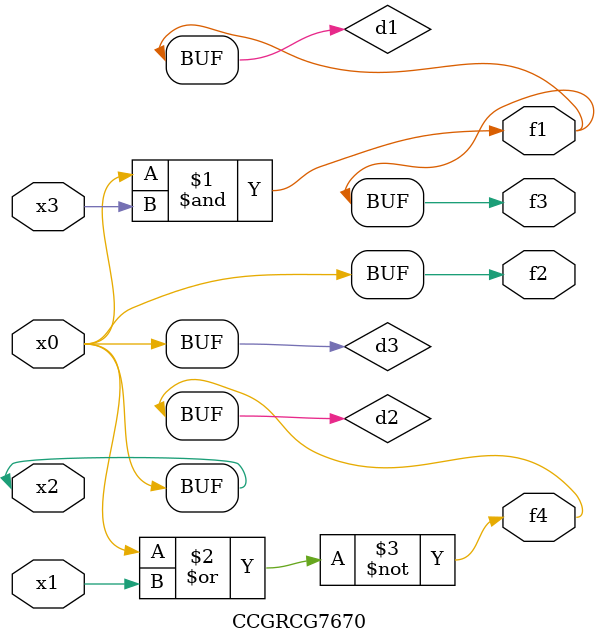
<source format=v>
module CCGRCG7670(
	input x0, x1, x2, x3,
	output f1, f2, f3, f4
);

	wire d1, d2, d3;

	and (d1, x2, x3);
	nor (d2, x0, x1);
	buf (d3, x0, x2);
	assign f1 = d1;
	assign f2 = d3;
	assign f3 = d1;
	assign f4 = d2;
endmodule

</source>
